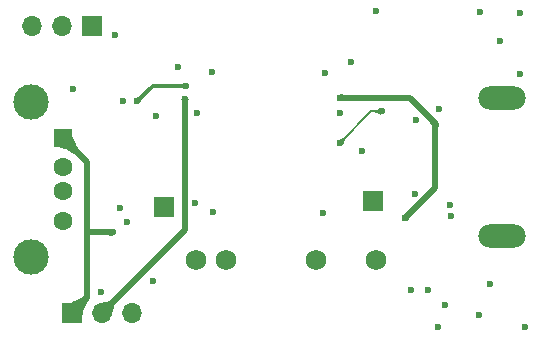
<source format=gbr>
%TF.GenerationSoftware,KiCad,Pcbnew,8.0.1*%
%TF.CreationDate,2024-05-15T21:52:54+03:00*%
%TF.ProjectId,USB_ISOLATOR,5553425f-4953-44f4-9c41-544f522e6b69,rev?*%
%TF.SameCoordinates,Original*%
%TF.FileFunction,Copper,L4,Bot*%
%TF.FilePolarity,Positive*%
%FSLAX46Y46*%
G04 Gerber Fmt 4.6, Leading zero omitted, Abs format (unit mm)*
G04 Created by KiCad (PCBNEW 8.0.1) date 2024-05-15 21:52:54*
%MOMM*%
%LPD*%
G01*
G04 APERTURE LIST*
%TA.AperFunction,ComponentPad*%
%ADD10O,4.000000X2.000000*%
%TD*%
%TA.AperFunction,ComponentPad*%
%ADD11R,1.700000X1.700000*%
%TD*%
%TA.AperFunction,ComponentPad*%
%ADD12O,1.700000X1.700000*%
%TD*%
%TA.AperFunction,ComponentPad*%
%ADD13R,1.500000X1.600000*%
%TD*%
%TA.AperFunction,ComponentPad*%
%ADD14C,1.600000*%
%TD*%
%TA.AperFunction,ComponentPad*%
%ADD15C,3.000000*%
%TD*%
%TA.AperFunction,ComponentPad*%
%ADD16C,1.750000*%
%TD*%
%TA.AperFunction,ViaPad*%
%ADD17C,0.600000*%
%TD*%
%TA.AperFunction,Conductor*%
%ADD18C,0.500000*%
%TD*%
%TA.AperFunction,Conductor*%
%ADD19C,0.200000*%
%TD*%
%TA.AperFunction,Conductor*%
%ADD20C,0.300000*%
%TD*%
G04 APERTURE END LIST*
D10*
%TO.P,U7,SW*%
%TO.N,N/C*%
X162100000Y-112261200D03*
X162100000Y-100561200D03*
%TD*%
D11*
%TO.P,J5,1,Pin_1*%
%TO.N,GND2*%
X151130000Y-109270800D03*
%TD*%
%TO.P,J4,1,Pin_1*%
%TO.N,GND1*%
X133502400Y-109804200D03*
%TD*%
%TO.P,J2,1,Pin_1*%
%TO.N,+5VA*%
X125668800Y-118770400D03*
D12*
%TO.P,J2,2,Pin_2*%
%TO.N,Net-(J2-Pin_2)*%
X128208800Y-118770400D03*
%TO.P,J2,3*%
%TO.N,N/C*%
X130748800Y-118770400D03*
%TD*%
D11*
%TO.P,J3,1,Pin_1*%
%TO.N,GND1*%
X127416800Y-94462600D03*
D12*
%TO.P,J3,2,Pin_2*%
%TO.N,Net-(J3-Pin_2)*%
X124876800Y-94462600D03*
%TO.P,J3,3*%
%TO.N,N/C*%
X122336800Y-94462600D03*
%TD*%
D13*
%TO.P,J1,1,VBUS*%
%TO.N,+5VA*%
X124892400Y-103916600D03*
D14*
%TO.P,J1,2,D-*%
%TO.N,/D1-*%
X124892400Y-106416600D03*
%TO.P,J1,3,D+*%
%TO.N,/D1+*%
X124892400Y-108416600D03*
%TO.P,J1,4,GND*%
%TO.N,GND1*%
X124892400Y-110916600D03*
D15*
%TO.P,J1,5,Shield*%
%TO.N,unconnected-(J1-Shield-Pad5)*%
X122182400Y-100846600D03*
%TO.N,unconnected-(J1-Shield-Pad5)_0*%
X122182400Y-113986600D03*
%TD*%
D16*
%TO.P,U3,1,Vin*%
%TO.N,Net-(U3-Vin)*%
X136220200Y-114300000D03*
%TO.P,U3,2,GND_1*%
%TO.N,GND1*%
X138760200Y-114300000D03*
%TO.P,U3,5,GND_2*%
%TO.N,GND2*%
X146380200Y-114300000D03*
%TO.P,U3,7,Vout*%
%TO.N,Net-(U3-Vout)*%
X151460200Y-114300000D03*
%TD*%
D17*
%TO.N,GND2*%
X160193543Y-93247666D03*
X160172400Y-118948200D03*
%TO.N,GND1*%
X132791200Y-102108000D03*
X128168400Y-116967000D03*
X130302000Y-111074200D03*
X136271000Y-101803200D03*
X129717800Y-109829600D03*
X136067800Y-109423200D03*
X129311400Y-95224600D03*
X132537200Y-116027200D03*
X137541000Y-98374200D03*
X137591800Y-110210600D03*
X134645400Y-97917000D03*
X125730000Y-99796600D03*
X129971800Y-100838000D03*
%TO.N,+5VA*%
X129133600Y-111912400D03*
%TO.N,+5VL*%
X153873200Y-110718600D03*
X156438600Y-102692200D03*
X148386800Y-100533200D03*
%TO.N,GND2*%
X157778900Y-110535400D03*
X148336000Y-101828600D03*
X157302200Y-118084600D03*
X164007800Y-119938800D03*
X150215600Y-105029000D03*
X147091400Y-98399600D03*
X156718000Y-101498400D03*
X154813000Y-102438200D03*
X151434800Y-93192600D03*
X146939000Y-110312200D03*
X156692600Y-119964200D03*
X163626800Y-98526600D03*
X157677300Y-109595600D03*
X161086800Y-116281200D03*
X155829000Y-116840000D03*
X149275800Y-97466300D03*
X163576000Y-93370400D03*
X161950400Y-95707200D03*
X154736800Y-108686600D03*
X154406600Y-116789200D03*
%TO.N,/SDP_2*%
X148361400Y-104368600D03*
X151917400Y-101676200D03*
%TO.N,Net-(Q1-B)*%
X135356600Y-99517200D03*
X131191000Y-100812600D03*
%TO.N,Net-(J2-Pin_2)*%
X135255000Y-100596400D03*
%TD*%
D18*
%TO.N,+5VA*%
X126974600Y-111912400D02*
X129133600Y-111912400D01*
X126974600Y-105998800D02*
X124892400Y-103916600D01*
X126974600Y-111912400D02*
X126974600Y-117464600D01*
X126974600Y-111912400D02*
X126974600Y-105998800D01*
X126974600Y-117464600D02*
X125668800Y-118770400D01*
%TO.N,+5VL*%
X156438600Y-108153200D02*
X153873200Y-110718600D01*
X148386800Y-100533200D02*
X154279600Y-100533200D01*
X156438600Y-102692200D02*
X156438600Y-108153200D01*
X154279600Y-100533200D02*
X156438600Y-102692200D01*
D19*
%TO.N,/SDP_2*%
X148361400Y-104343200D02*
X151028400Y-101676200D01*
X151028400Y-101676200D02*
X151917400Y-101676200D01*
X148361400Y-104368600D02*
X148361400Y-104343200D01*
D20*
%TO.N,Net-(Q1-B)*%
X131191000Y-100812600D02*
X131216400Y-100812600D01*
X132511800Y-99517200D02*
X135356600Y-99517200D01*
X131216400Y-100812600D02*
X132511800Y-99517200D01*
D18*
%TO.N,Net-(J2-Pin_2)*%
X135255000Y-100596400D02*
X135255000Y-111724200D01*
X135255000Y-111724200D02*
X128208800Y-118770400D01*
%TD*%
%TA.AperFunction,Conductor*%
%TO.N,+5VA*%
G36*
X129130069Y-111615886D02*
G01*
X129133637Y-111624100D01*
X129133639Y-111624261D01*
X129134600Y-111912400D01*
X129134600Y-111912478D01*
X129133639Y-112200538D01*
X129130185Y-112208800D01*
X129121900Y-112212199D01*
X129121739Y-112212197D01*
X129052003Y-112211003D01*
X129051543Y-112210986D01*
X128984765Y-112207214D01*
X128984268Y-112207176D01*
X128928342Y-112201620D01*
X128927894Y-112201566D01*
X128879204Y-112194821D01*
X128878929Y-112194780D01*
X128833599Y-112187400D01*
X128788137Y-112179998D01*
X128739076Y-112173201D01*
X128739074Y-112173200D01*
X128739061Y-112173199D01*
X128682699Y-112167600D01*
X128682682Y-112167599D01*
X128615425Y-112163800D01*
X128545100Y-112162596D01*
X128536886Y-112159028D01*
X128533600Y-112150898D01*
X128533600Y-111673901D01*
X128537027Y-111665628D01*
X128545099Y-111662203D01*
X128615424Y-111661000D01*
X128682699Y-111657200D01*
X128739061Y-111651600D01*
X128788149Y-111644800D01*
X128833599Y-111637400D01*
X128878962Y-111630014D01*
X128879152Y-111629985D01*
X128927910Y-111623230D01*
X128928334Y-111623179D01*
X128984270Y-111617622D01*
X128984763Y-111617585D01*
X129051548Y-111613812D01*
X129051998Y-111613796D01*
X129121741Y-111612602D01*
X129130069Y-111615886D01*
G37*
%TD.AperFunction*%
%TD*%
%TA.AperFunction,Conductor*%
%TO.N,+5VA*%
G36*
X125640454Y-103610450D02*
G01*
X125646778Y-103616789D01*
X125646813Y-103616874D01*
X125713098Y-103781082D01*
X125783837Y-103948820D01*
X125854513Y-104108915D01*
X125925235Y-104261610D01*
X125995961Y-104406812D01*
X126066666Y-104544474D01*
X126132314Y-104665325D01*
X126137374Y-104674639D01*
X126163234Y-104719502D01*
X126208083Y-104797308D01*
X126278802Y-104912492D01*
X126344277Y-105012193D01*
X126345954Y-105020989D01*
X126342770Y-105026888D01*
X126003030Y-105366628D01*
X125994757Y-105370055D01*
X125987865Y-105367809D01*
X125859531Y-105274245D01*
X125723110Y-105182284D01*
X125586689Y-105097824D01*
X125566141Y-105086232D01*
X125450266Y-105020862D01*
X125313850Y-104951405D01*
X125313846Y-104951403D01*
X125177425Y-104889442D01*
X125177416Y-104889438D01*
X125177413Y-104889437D01*
X125041023Y-104834988D01*
X125041002Y-104834980D01*
X124931561Y-104797308D01*
X124904582Y-104788021D01*
X124904567Y-104788016D01*
X124904543Y-104788009D01*
X124768176Y-104748564D01*
X124768169Y-104748562D01*
X124768161Y-104748560D01*
X124679784Y-104727855D01*
X124644128Y-104719502D01*
X124636855Y-104714278D01*
X124635405Y-104705441D01*
X124635669Y-104704497D01*
X124687621Y-104544474D01*
X124890025Y-103921029D01*
X124895838Y-103914221D01*
X124896664Y-103913840D01*
X125631500Y-103610440D01*
X125640454Y-103610450D01*
G37*
%TD.AperFunction*%
%TD*%
%TA.AperFunction,Conductor*%
%TO.N,+5VA*%
G36*
X127214012Y-117262625D02*
G01*
X127217439Y-117270898D01*
X127216221Y-117276096D01*
X127154024Y-117401528D01*
X127083427Y-117552905D01*
X127012872Y-117713187D01*
X126942267Y-117882588D01*
X126871709Y-118060876D01*
X126801110Y-118248267D01*
X126730551Y-118444549D01*
X126659949Y-118649953D01*
X126589382Y-118864255D01*
X126522506Y-119075875D01*
X126516746Y-119082731D01*
X126507824Y-119083505D01*
X126507271Y-119083315D01*
X125673351Y-118773093D01*
X125666791Y-118766996D01*
X125666785Y-118766983D01*
X125613400Y-118649953D01*
X125286866Y-117934136D01*
X125286551Y-117925189D01*
X125292656Y-117918637D01*
X125295467Y-117917762D01*
X125334645Y-117910810D01*
X125424979Y-117894783D01*
X125424983Y-117894781D01*
X125425000Y-117894779D01*
X125569400Y-117860159D01*
X125713800Y-117816539D01*
X125858200Y-117763919D01*
X126002600Y-117702299D01*
X126002611Y-117702293D01*
X126002630Y-117702285D01*
X126061420Y-117673532D01*
X126147000Y-117631678D01*
X126291400Y-117552058D01*
X126435800Y-117463438D01*
X126580200Y-117365818D01*
X126721501Y-117261485D01*
X126728451Y-117259198D01*
X127205739Y-117259198D01*
X127214012Y-117262625D01*
G37*
%TD.AperFunction*%
%TD*%
%TA.AperFunction,Conductor*%
%TO.N,+5VL*%
G36*
X154128819Y-110125692D02*
G01*
X154466107Y-110462980D01*
X154469534Y-110471253D01*
X154466247Y-110479383D01*
X154417381Y-110529949D01*
X154372495Y-110580207D01*
X154336586Y-110624040D01*
X154306683Y-110663560D01*
X154279785Y-110700922D01*
X154252968Y-110738169D01*
X154252803Y-110738393D01*
X154223121Y-110777621D01*
X154222842Y-110777976D01*
X154187233Y-110821441D01*
X154186909Y-110821819D01*
X154142354Y-110871710D01*
X154142040Y-110872047D01*
X154093574Y-110922200D01*
X154085361Y-110925768D01*
X154077031Y-110922483D01*
X154076915Y-110922371D01*
X154026254Y-110872047D01*
X153872493Y-110719307D01*
X153669426Y-110514882D01*
X153666028Y-110506598D01*
X153669481Y-110498337D01*
X153719769Y-110449740D01*
X153720049Y-110449480D01*
X153770002Y-110404867D01*
X153770331Y-110404585D01*
X153813874Y-110368913D01*
X153814115Y-110368723D01*
X153853462Y-110338951D01*
X153853558Y-110338881D01*
X153890877Y-110312013D01*
X153928247Y-110285108D01*
X153967766Y-110255206D01*
X154011580Y-110219311D01*
X154061838Y-110174428D01*
X154112417Y-110125551D01*
X154120746Y-110122267D01*
X154128819Y-110125692D01*
G37*
%TD.AperFunction*%
%TD*%
%TA.AperFunction,Conductor*%
%TO.N,+5VL*%
G36*
X148468399Y-100234596D02*
G01*
X148468852Y-100234612D01*
X148507555Y-100236799D01*
X148535633Y-100238385D01*
X148536132Y-100238423D01*
X148592080Y-100243982D01*
X148592474Y-100244029D01*
X148641232Y-100250782D01*
X148641431Y-100250812D01*
X148686799Y-100258200D01*
X148732249Y-100265600D01*
X148781337Y-100272400D01*
X148837700Y-100278000D01*
X148904975Y-100281800D01*
X148975300Y-100283003D01*
X148983513Y-100286571D01*
X148986800Y-100294701D01*
X148986800Y-100771698D01*
X148983373Y-100779971D01*
X148975300Y-100783396D01*
X148904973Y-100784600D01*
X148837716Y-100788399D01*
X148837713Y-100788399D01*
X148837700Y-100788400D01*
X148781337Y-100794000D01*
X148781334Y-100794000D01*
X148781318Y-100794002D01*
X148732266Y-100800796D01*
X148686799Y-100808200D01*
X148641468Y-100815580D01*
X148641193Y-100815621D01*
X148592503Y-100822366D01*
X148592055Y-100822420D01*
X148536130Y-100827976D01*
X148535633Y-100828014D01*
X148468855Y-100831786D01*
X148468395Y-100831803D01*
X148398660Y-100832997D01*
X148390330Y-100829713D01*
X148386762Y-100821499D01*
X148386760Y-100821338D01*
X148386716Y-100808200D01*
X148385800Y-100533200D01*
X148386760Y-100245059D01*
X148390214Y-100236799D01*
X148398498Y-100233400D01*
X148468399Y-100234596D01*
G37*
%TD.AperFunction*%
%TD*%
%TA.AperFunction,Conductor*%
%TO.N,+5VL*%
G36*
X156726739Y-102692160D02*
G01*
X156735000Y-102695614D01*
X156738399Y-102703899D01*
X156738397Y-102704060D01*
X156737203Y-102773795D01*
X156737186Y-102774255D01*
X156733414Y-102841033D01*
X156733376Y-102841530D01*
X156727820Y-102897455D01*
X156727766Y-102897903D01*
X156721021Y-102946593D01*
X156720980Y-102946868D01*
X156713600Y-102992199D01*
X156706198Y-103037660D01*
X156699402Y-103086717D01*
X156699399Y-103086737D01*
X156693800Y-103143100D01*
X156693799Y-103143113D01*
X156693799Y-103143116D01*
X156690000Y-103210373D01*
X156688797Y-103280700D01*
X156685229Y-103288913D01*
X156677099Y-103292200D01*
X156200101Y-103292200D01*
X156191828Y-103288773D01*
X156188403Y-103280700D01*
X156187200Y-103210375D01*
X156183400Y-103143100D01*
X156177800Y-103086737D01*
X156171000Y-103037649D01*
X156163600Y-102992199D01*
X156156216Y-102946847D01*
X156156179Y-102946600D01*
X156149432Y-102897903D01*
X156149431Y-102897893D01*
X156149378Y-102897457D01*
X156143823Y-102841530D01*
X156143785Y-102841033D01*
X156140013Y-102774255D01*
X156139996Y-102773795D01*
X156138802Y-102704057D01*
X156142086Y-102695730D01*
X156150300Y-102692162D01*
X156150410Y-102692160D01*
X156438600Y-102691200D01*
X156726739Y-102692160D01*
G37*
%TD.AperFunction*%
%TD*%
%TA.AperFunction,Conductor*%
%TO.N,+5VL*%
G36*
X156199383Y-102099152D02*
G01*
X156249949Y-102148017D01*
X156300207Y-102192902D01*
X156344041Y-102228813D01*
X156383560Y-102258715D01*
X156420922Y-102285613D01*
X156458195Y-102312449D01*
X156458371Y-102312579D01*
X156497655Y-102342303D01*
X156497947Y-102342532D01*
X156541441Y-102378164D01*
X156541819Y-102378488D01*
X156591723Y-102423056D01*
X156592060Y-102423370D01*
X156642201Y-102471824D01*
X156645769Y-102480037D01*
X156642484Y-102488367D01*
X156642372Y-102488483D01*
X156439362Y-102692852D01*
X156439307Y-102692907D01*
X156234883Y-102895972D01*
X156226598Y-102899371D01*
X156218336Y-102895917D01*
X156218224Y-102895801D01*
X156169770Y-102845660D01*
X156169456Y-102845323D01*
X156124888Y-102795419D01*
X156124564Y-102795041D01*
X156088932Y-102751547D01*
X156088703Y-102751255D01*
X156058979Y-102711971D01*
X156058830Y-102711769D01*
X156032013Y-102674522D01*
X156005115Y-102637160D01*
X155975213Y-102597641D01*
X155939302Y-102553807D01*
X155894417Y-102503549D01*
X155845552Y-102452983D01*
X155842267Y-102444653D01*
X155845691Y-102436581D01*
X156182981Y-102099291D01*
X156191253Y-102095865D01*
X156199383Y-102099152D01*
G37*
%TD.AperFunction*%
%TD*%
%TA.AperFunction,Conductor*%
%TO.N,/SDP_2*%
G36*
X148707781Y-103871506D02*
G01*
X148833196Y-103996921D01*
X148836623Y-104005194D01*
X148833517Y-104013133D01*
X148793517Y-104056431D01*
X148793512Y-104056437D01*
X148759076Y-104102141D01*
X148759067Y-104102154D01*
X148735159Y-104143888D01*
X148719106Y-104183546D01*
X148708241Y-104223034D01*
X148699929Y-104264100D01*
X148691484Y-104308709D01*
X148691404Y-104309097D01*
X148680254Y-104358749D01*
X148680072Y-104359453D01*
X148663558Y-104416218D01*
X148663288Y-104417034D01*
X148642785Y-104472072D01*
X148636686Y-104478629D01*
X148627737Y-104478952D01*
X148627377Y-104478811D01*
X148365215Y-104371163D01*
X148358863Y-104364851D01*
X148358836Y-104364784D01*
X148251127Y-104102473D01*
X148251154Y-104093518D01*
X148257506Y-104087206D01*
X148257671Y-104087139D01*
X148311172Y-104066389D01*
X148311586Y-104066239D01*
X148366334Y-104047720D01*
X148366625Y-104047627D01*
X148413839Y-104033304D01*
X148413919Y-104033312D01*
X148413911Y-104033283D01*
X148434791Y-104027094D01*
X148455673Y-104020906D01*
X148493777Y-104008299D01*
X148530233Y-103993224D01*
X148567047Y-103973441D01*
X148606228Y-103946711D01*
X148649786Y-103910794D01*
X148691462Y-103871286D01*
X148699820Y-103868083D01*
X148707781Y-103871506D01*
G37*
%TD.AperFunction*%
%TD*%
%TA.AperFunction,Conductor*%
%TO.N,/SDP_2*%
G36*
X151807102Y-101409836D02*
G01*
X151807223Y-101410114D01*
X151916515Y-101671689D01*
X151916542Y-101680644D01*
X151916515Y-101680711D01*
X151807224Y-101942284D01*
X151800872Y-101948596D01*
X151791917Y-101948569D01*
X151791639Y-101948448D01*
X151738311Y-101924525D01*
X151737703Y-101924231D01*
X151685541Y-101897110D01*
X151685077Y-101896855D01*
X151641486Y-101871572D01*
X151641290Y-101871456D01*
X151603090Y-101848293D01*
X151567386Y-101827728D01*
X151567364Y-101827716D01*
X151531039Y-101810096D01*
X151507039Y-101801519D01*
X151491000Y-101795787D01*
X151490996Y-101795786D01*
X151444136Y-101785137D01*
X151387302Y-101778492D01*
X151387288Y-101778491D01*
X151328717Y-101776571D01*
X151320560Y-101772875D01*
X151317400Y-101764877D01*
X151317400Y-101587522D01*
X151320827Y-101579249D01*
X151328715Y-101575828D01*
X151387301Y-101573907D01*
X151444127Y-101567262D01*
X151465791Y-101562339D01*
X151490997Y-101556613D01*
X151490998Y-101556612D01*
X151491000Y-101556612D01*
X151531040Y-101542302D01*
X151567369Y-101524680D01*
X151603109Y-101504093D01*
X151641290Y-101480942D01*
X151641430Y-101480858D01*
X151685110Y-101455523D01*
X151685498Y-101455310D01*
X151737728Y-101428154D01*
X151738284Y-101427885D01*
X151791641Y-101403949D01*
X151800589Y-101403690D01*
X151807102Y-101409836D01*
G37*
%TD.AperFunction*%
%TD*%
%TA.AperFunction,Conductor*%
%TO.N,Net-(Q1-B)*%
G36*
X135246304Y-99250831D02*
G01*
X135246336Y-99250905D01*
X135355715Y-99512689D01*
X135355742Y-99521644D01*
X135355715Y-99521711D01*
X135246336Y-99783494D01*
X135239984Y-99789806D01*
X135231029Y-99789779D01*
X135216274Y-99783494D01*
X135178753Y-99767513D01*
X135178590Y-99767442D01*
X135126451Y-99744290D01*
X135126439Y-99744278D01*
X135126437Y-99744284D01*
X135082183Y-99724559D01*
X135043155Y-99708147D01*
X135043142Y-99708142D01*
X135043139Y-99708141D01*
X135030381Y-99703510D01*
X135006357Y-99694791D01*
X134968998Y-99684320D01*
X134928210Y-99676528D01*
X134881113Y-99671210D01*
X134824873Y-99668168D01*
X134768134Y-99667363D01*
X134759910Y-99663819D01*
X134756600Y-99655664D01*
X134756600Y-99378735D01*
X134760027Y-99370462D01*
X134768133Y-99367036D01*
X134814293Y-99366380D01*
X134824873Y-99366230D01*
X134835098Y-99365676D01*
X134881120Y-99363188D01*
X134928209Y-99357871D01*
X134969000Y-99350078D01*
X135006356Y-99339607D01*
X135043139Y-99326258D01*
X135082212Y-99309827D01*
X135126424Y-99290119D01*
X135126439Y-99290119D01*
X135126437Y-99290114D01*
X135178677Y-99266918D01*
X135230956Y-99244651D01*
X135239910Y-99244563D01*
X135246304Y-99250831D01*
G37*
%TD.AperFunction*%
%TD*%
%TA.AperFunction,Conductor*%
%TO.N,Net-(Q1-B)*%
G36*
X131527469Y-100305593D02*
G01*
X131723292Y-100501416D01*
X131726719Y-100509689D01*
X131723354Y-100517900D01*
X131684252Y-100557594D01*
X131646142Y-100598220D01*
X131615484Y-100633747D01*
X131615469Y-100633766D01*
X131590592Y-100666414D01*
X131590589Y-100666418D01*
X131569791Y-100698445D01*
X131551404Y-100732063D01*
X131551396Y-100732078D01*
X131533716Y-100769560D01*
X131515075Y-100813111D01*
X131493785Y-100864985D01*
X131493785Y-100864986D01*
X131472607Y-100916580D01*
X131466295Y-100922932D01*
X131457341Y-100922960D01*
X131441801Y-100916580D01*
X131194815Y-100815163D01*
X131188463Y-100808851D01*
X131188436Y-100808784D01*
X131129978Y-100666418D01*
X131080702Y-100546412D01*
X131080729Y-100537459D01*
X131087081Y-100531147D01*
X131087199Y-100531099D01*
X131140116Y-100510245D01*
X131140405Y-100510136D01*
X131194364Y-100490829D01*
X131194507Y-100490779D01*
X131240780Y-100475207D01*
X131281354Y-100461320D01*
X131318228Y-100447063D01*
X131318228Y-100447062D01*
X131318233Y-100447061D01*
X131333685Y-100439735D01*
X131353465Y-100430358D01*
X131389133Y-100409128D01*
X131427296Y-100381292D01*
X131470021Y-100344774D01*
X131511104Y-100305415D01*
X131519447Y-100302169D01*
X131527469Y-100305593D01*
G37*
%TD.AperFunction*%
%TD*%
%TA.AperFunction,Conductor*%
%TO.N,Net-(J2-Pin_2)*%
G36*
X135543139Y-100596360D02*
G01*
X135551400Y-100599814D01*
X135554799Y-100608099D01*
X135554797Y-100608260D01*
X135553603Y-100677995D01*
X135553586Y-100678455D01*
X135549814Y-100745233D01*
X135549776Y-100745730D01*
X135544220Y-100801655D01*
X135544166Y-100802103D01*
X135537421Y-100850793D01*
X135537380Y-100851068D01*
X135530000Y-100896399D01*
X135522597Y-100941866D01*
X135515802Y-100990917D01*
X135515800Y-100990936D01*
X135515800Y-100990937D01*
X135510200Y-101047300D01*
X135510199Y-101047313D01*
X135510199Y-101047316D01*
X135506400Y-101114573D01*
X135505197Y-101184900D01*
X135501629Y-101193113D01*
X135493499Y-101196400D01*
X135016501Y-101196400D01*
X135008228Y-101192973D01*
X135004803Y-101184900D01*
X135003600Y-101114575D01*
X134999800Y-101047300D01*
X134994199Y-100990937D01*
X134987400Y-100941849D01*
X134980000Y-100896399D01*
X134972614Y-100851040D01*
X134972578Y-100850793D01*
X134965829Y-100802073D01*
X134965782Y-100801680D01*
X134960223Y-100745730D01*
X134960185Y-100745233D01*
X134956413Y-100678455D01*
X134956396Y-100677995D01*
X134955202Y-100608257D01*
X134958486Y-100599930D01*
X134966700Y-100596362D01*
X134966810Y-100596360D01*
X135255000Y-100595400D01*
X135543139Y-100596360D01*
G37*
%TD.AperFunction*%
%TD*%
%TA.AperFunction,Conductor*%
%TO.N,Net-(J2-Pin_2)*%
G36*
X129242078Y-117399515D02*
G01*
X129579684Y-117737121D01*
X129583111Y-117745394D01*
X129579984Y-117753356D01*
X129451908Y-117891262D01*
X129352742Y-118020414D01*
X129352741Y-118020416D01*
X129352738Y-118020420D01*
X129352738Y-118020421D01*
X129282781Y-118138039D01*
X129282780Y-118138042D01*
X129234695Y-118249559D01*
X129201136Y-118360431D01*
X129174756Y-118476103D01*
X129148250Y-118601815D01*
X129148178Y-118602137D01*
X129114227Y-118743285D01*
X129114056Y-118743917D01*
X129065342Y-118905964D01*
X129065090Y-118906711D01*
X128998347Y-119084369D01*
X128992229Y-119090908D01*
X128983279Y-119091207D01*
X128982928Y-119091068D01*
X128212585Y-118772962D01*
X128206247Y-118766638D01*
X127888131Y-117996270D01*
X127888140Y-117987316D01*
X127894479Y-117980991D01*
X127894803Y-117980862D01*
X128072499Y-117914103D01*
X128073220Y-117913860D01*
X128235313Y-117865133D01*
X128235879Y-117864979D01*
X128377085Y-117831013D01*
X128377349Y-117830954D01*
X128503109Y-117804439D01*
X128618773Y-117778060D01*
X128729641Y-117744502D01*
X128841159Y-117696418D01*
X128958778Y-117626461D01*
X129087943Y-117527284D01*
X129225843Y-117399215D01*
X129234237Y-117396096D01*
X129242078Y-117399515D01*
G37*
%TD.AperFunction*%
%TD*%
M02*

</source>
